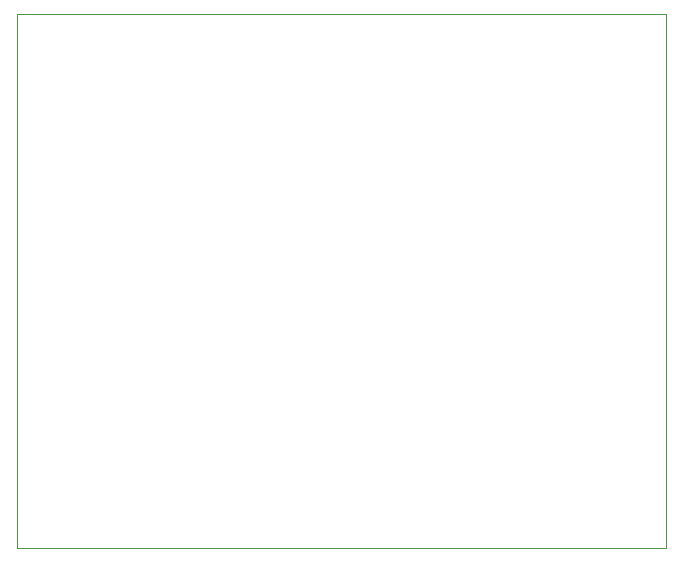
<source format=gbr>
G04 DipTrace 4.0.0.2*
G04 BoardOutline.gbr*
%MOIN*%
G04 #@! TF.FileFunction,Profile*
G04 #@! TF.Part,Single*
%ADD10C,0.004724*%
%FSLAX26Y26*%
G04*
G70*
G90*
G75*
G01*
G04 BoardOutline*
%LPD*%
X431200Y2174951D2*
D10*
X2556200D1*
Y406200D1*
Y393700D1*
X393700D1*
Y2174951D1*
X431200D1*
M02*

</source>
